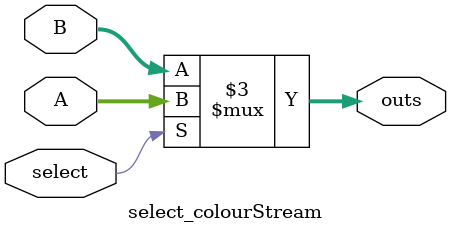
<source format=v>
/* VGA Adapter
 * ----------------
 *
 * This is an implementation of a VGA Adapter. The adapter uses VGA mode signalling to initiate
 * a 640x480 resolution mode on a computer monitor, with a refresh rate of approximately 60Hz.
 * It is designed for easy use in an early digital logic design course to facilitate student
 * projects on the Altera DE2 Educational board.
 *
 * This implementation of the VGA adapter can display images of varying colour depth at a resolution of
 * 320x240 or 160x120 superpixels. The concept of superpixels is introduced to reduce the amount of on-chip
 * memory used by the adapter. The following table shows the number of bits of on-chip memory used by
 * the adapter in various resolutions and colour depths.
 * 
 * -------------------------------------------------------------------------------------------------------------------------------
 * Resolution | Mono    | 8 colours | 64 colours | 512 colours | 4096 colours | 32768 colours | 262144 colours | 2097152 colours |
 * -------------------------------------------------------------------------------------------------------------------------------
 * 160x120    |   19200 |     57600 |     115200 |      172800 |       230400 |        288000 |         345600 |          403200 |
 * 320x240    |   78600 |    230400 | ############## Does not fit ############################################################## |
 * -------------------------------------------------------------------------------------------------------------------------------
 *
 * By default the adapter works at the resolution of 320x240 with 8 colours. To set the adapter in any of
 * the other modes, the adapter must be instantiated with specific parameters. These parameters are:
 * - RESOLUTION - a string that should be either "320x240" or "160x120".
 * - MONOCHROME - a string that should be "TRUE" if you only want black and white colours, and "FALSE"
 *                otherwise.
 * - BITS_PER_COLOUR_CHANNEL  - an integer specifying how many bits are available to describe each colour
 *                          (R,G,B). A default value of 1 indicates that 1 bit will be used for red
 *                          channel, 1 for green channel and 1 for blue channel. This allows 8 colours
 *                          to be used.
 * 
 * In addition to the above parameters, a BACKGROUND_IMAGE parameter can be specified. The parameter
 * refers to a memory initilization file (MIF) which contains the initial contents of video memory.
 * By specifying the initial contents of the memory we can force the adapter to initially display an
 * image of our choice. Please note that the image described by the BACKGROUND_IMAGE file will only
 * be valid right after your program the DE2 board. If your circuit draws a single pixel on the screen,
 * the video memory will be altered and screen contents will be changed. In order to restore the background
 * image your circuti will have to redraw the background image pixel by pixel, or you will have to
 * reprogram the DE2 board, thus allowing the video memory to be rewritten.
 *
 * To use the module connect the vga_adapter to your circuit. Your circuit should produce a value for
 * inputs X, Y and plot. When plot is high, at the next positive edge of the input clock the vga_adapter
 * will change the contents of the video memory for the pixel at location (X,Y). At the next redraw
 * cycle the VGA controller will update the contants of the screen by reading the video memory and copying
 * it over to the screen. Since the monitor screen has no memory, the VGA controller has to copy the
 * contents of the video memory to the screen once every 60th of a second to keep the image stable. Thus,
 * the video memory should not be used for other purposes as it may interfere with the operation of the
 * VGA Adapter.
 *
 * As a final note, ensure that the following conditions are met when using this module:
 * 1. You are implementing the the VGA Adapter on the Altera DE2 board. Using another board may change
 *    the amount of memory you can use, the clock generation mechanism, as well as pin assignments required
 *    to properly drive the VGA digital-to-analog converter.
 * 2. Outputs VGA_* should exist in your top level design. They should be assigned pin locations on the
 *    Altera DE2 board as specified by the DE2_pin_assignments.csv file.
 * 3. The input clock must have a frequency of 50 MHz with a 50% duty cycle. On the Altera DE2 board
 *    PIN_N2 is the source for the 50MHz clock.
 *
 * During compilation with Quartus II you may receive the following warnings:
 * - Warning: Variable or input pin "clocken1" is defined but never used
 * - Warning: Pin "VGA_SYNC" stuck at VCC
 * - Warning: Found xx output pins without output pin load capacitance assignment
 * These warnings can be ignored. The first warning is generated, because the software generated
 * memory module contains an input called "clocken1" and it does not drive logic. The second warning
 * indicates that the VGA_SYNC signal is always high. This is intentional. The final warning is
 * generated for the purposes of power analysis. It will persist unless the output pins are assigned
 * output capacitance. Leaving the capacitance values at 0 pf did not affect the operation of the module.
 *
 * If you see any other warnings relating to the vga_adapter, be sure to examine them carefully. They may
 * cause your circuit to malfunction.
 *
 * NOTES/REVISIONS:
 * July 10, 2007 - Modified the original version of the VGA Adapter written by Sam Vafaee in 2006. The module
 *		   now supports 2 different resolutions as well as uses half the memory compared to prior
 *		   implementation. Also, all settings for the module can be specified from the point
 *		   of instantiation, rather than by modifying the source code. (Tomasz S. Czajkowski)
 */

module vga_adapter(
			resetn,
			clock,
			colour,
			x, y, plot,
			/* Signals for the DAC to drive the monitor. */
			VGA_R,
			VGA_G,
			VGA_B,
			VGA_HS,
			VGA_VS,
			VGA_BLANK,
			VGA_SYNC,
			VGA_CLK,
			xCounter, 
			yCounter,
			select_stream
			);
			
 
	parameter BITS_PER_COLOUR_CHANNEL = 1;
	/* The number of bits per colour channel used to represent the colour of each pixel. A value
	 * of 1 means that Red, Green and Blue colour channels will use 1 bit each to represent the intensity
	 * of the respective colour channel. For BITS_PER_COLOUR_CHANNEL=1, the adapter can display 8 colours.
	 * In general, the adapter is able to use 2^(3*BITS_PER_COLOUR_CHANNEL ) colours. The number of colours is
	 * limited by the screen resolution and the amount of on-chip memory available on the target device.
	 */	
	
	parameter MONOCHROME = "FALSE";
	/* Set this parameter to "TRUE" if you only wish to use black and white colours. Doing so will reduce
	 * the amount of memory you will use by a factor of 3. */
	
	parameter RESOLUTION = "320x240";
	/* Set this parameter to "160x120" or "320x240". It will cause the VGA adapter to draw each dot on
	 * the screen by using a block of 4x4 pixels ("160x120" resolution) or 2x2 pixels ("320x240" resolution).
	 * It effectively reduces the screen resolution to an integer fraction of 640x480. It was necessary
	 * to reduce the resolution for the Video Memory to fit within the on-chip memory limits.
	 */
	
	parameter BACKGROUND_IMAGE = "background.mif";
	/* The initial screen displayed when the circuit is first programmed onto the DE2 board can be
	 * defined useing an MIF file. The file contains the initial colour for each pixel on the screen
	 * and is placed in the Video Memory (VideoMemory module) upon programming. Note that resetting the
	 * VGA Adapter will not cause the Video Memory to revert to the specified image. */


	/*****************************************************************************/
	/* Declare inputs and outputs.                                               */
	/*****************************************************************************/
	input resetn;
	input clock;
	input select_stream;
	
	/* The colour input can be either 1 bit or 3*BITS_PER_COLOUR_CHANNEL bits wide, depending on
	 * the setting of the MONOCHROME parameter.
	 */
	input [((MONOCHROME == "TRUE") ? (0) : (BITS_PER_COLOUR_CHANNEL*3-1)):0] colour;
	
	/* Specify the number of bits required to represent an (X,Y) coordinate on the screen for
	 * a given resolution.
	 */
	input [((RESOLUTION == "320x240") ? (8) : (7)):0] x; 
	input [((RESOLUTION == "320x240") ? (7) : (6)):0] y;
	
	/* When plot is high then at the next positive edge of the clock the pixel at (x,y) will change to
	 * a new colour, defined by the value of the colour input.
	 */
	input plot;
	
	/* These outputs drive the VGA display. The VGA_CLK is also used to clock the FSM responsible for
	 * controlling the data transferred to the DAC driving the monitor. */
	output [9:0] VGA_R;
	output [9:0] VGA_G;
	output [9:0] VGA_B;
	output VGA_HS;
	output VGA_VS;
	output VGA_BLANK;
	output VGA_SYNC;
	output VGA_CLK;
	output [9:0] xCounter;
	output [9:0] yCounter;

	/*****************************************************************************/
	/* Declare local signals here.                                               */
	/*****************************************************************************/
	
	wire valid_160x120;
	wire valid_320x240;
	/* Set to 1 if the specified coordinates are in a valid range for a given resolution.*/
	
	wire writeEn;
	/* This is a local signal that allows the Video Memory contents to be changed.
	 * It depends on the screen resolution, the values of X and Y inputs, as well as 
	 * the state of the plot signal.
	 */
	
	wire [((MONOCHROME == "TRUE") ? (0) : (BITS_PER_COLOUR_CHANNEL*3-1)):0] to_ctrl_colour;
	wire [((MONOCHROME == "TRUE") ? (0) : (BITS_PER_COLOUR_CHANNEL*3-1)):0] to_ctrl_colourA;
	wire [((MONOCHROME == "TRUE") ? (0) : (BITS_PER_COLOUR_CHANNEL*3-1)):0] to_ctrl_colourB;
	/* Pixel colour read by the VGA controller */
	//assign to_ctrl_colour = (select_stream == 1) ? to_ctrl_colourA : to_ctrl_colourB;
	select_colourStream SCS(select_stream, to_ctrl_colourA, to_ctrl_colourB, to_ctrl_colour);
	
	wire [((RESOLUTION == "320x240") ? (16) : (14)):0] user_to_video_memory_addr;
	/* This bus specifies the address in memory the user must write
	 * data to in order for the pixel intended to appear at location (X,Y) to be displayed
	 * at the correct location on the screen.
	 */
	
	wire [((RESOLUTION == "320x240") ? (16) : (14)):0] controller_to_video_memory_addr;
	/* This bus specifies the address in memory the vga controller must read data from
	 * in order to determine the colour of a pixel located at coordinate (X,Y) of the screen.
	 */
	
	wire clock_25;
	/* 25MHz clock generated by dividing the input clock frequency by 2. */
	
	wire vcc, gnd;
	
	/*****************************************************************************/
	/* Instances of modules for the VGA adapter.                                 */
	/*****************************************************************************/	
	assign vcc = 1'b1;
	assign gnd = 1'b0;
	
	vga_address_translator user_input_translator(
					.x(x), .y(y), .mem_address(user_to_video_memory_addr) );
		defparam user_input_translator.RESOLUTION = RESOLUTION;
	/* Convert user coordinates into a memory address. */

	assign valid_160x120 = (({1'b0, x} >= 0) & ({1'b0, x} < 160) & ({1'b0, y} >= 0) & ({1'b0, y} < 120)) & (RESOLUTION == "160x120");
	assign valid_320x240 = (({1'b0, x} >= 0) & ({1'b0, x} < 320) & ({1'b0, y} >= 0) & ({1'b0, y} < 240)) & (RESOLUTION == "320x240");
	assign writeEn = (plot) & (valid_160x120 | valid_320x240);
	/* Allow the user to plot a pixel if and only if the (X,Y) coordinates supplied are in a valid range. */


	parameter asdfColour = 3'b111;

	asdf	asdf_insta (
	.address ( controller_to_video_memory_addr ),
	.data ( asdfColour ),
	.inclock ( clock ),
	.outclock ( clock_25 ),
	.wren ( gnd ),	 // just reading here, not writing 
	.q ( to_ctrl_colourB )
	);
	
	/* Create video memory. */
	altsyncram	VideoMemory (
				.wren_a (writeEn),
				.wren_b (gnd),
				.clock0 (clock), // write clock
				.clock1 (clock_25), // read clock
				.clocken0 (vcc), // write enable clock
				.clocken1 (vcc), // read enable clock				
				.address_a (user_to_video_memory_addr),
				.address_b (controller_to_video_memory_addr),
				.data_a (colour), // data in
				.q_b (to_ctrl_colourA)	// data out
				);
	defparam
		VideoMemory.WIDTH_A = ((MONOCHROME == "FALSE") ? (BITS_PER_COLOUR_CHANNEL*3) : 1),
		VideoMemory.WIDTH_B = ((MONOCHROME == "FALSE") ? (BITS_PER_COLOUR_CHANNEL*3) : 1),
		VideoMemory.INTENDED_DEVICE_FAMILY = "Cyclone II",
		VideoMemory.OPERATION_MODE = "DUAL_PORT",
		VideoMemory.WIDTHAD_A = ((RESOLUTION == "320x240") ? (17) : (15)),
		VideoMemory.NUMWORDS_A = ((RESOLUTION == "320x240") ? (76800) : (19200)),
		VideoMemory.WIDTHAD_B = ((RESOLUTION == "320x240") ? (17) : (15)),
		VideoMemory.NUMWORDS_B = ((RESOLUTION == "320x240") ? (76800) : (19200)),
		VideoMemory.OUTDATA_REG_B = "CLOCK1",
		VideoMemory.ADDRESS_REG_B = "CLOCK1",
		VideoMemory.CLOCK_ENABLE_INPUT_A = "BYPASS",
		VideoMemory.CLOCK_ENABLE_INPUT_B = "BYPASS",
		VideoMemory.CLOCK_ENABLE_OUTPUT_B = "BYPASS",
		VideoMemory.POWER_UP_UNINITIALIZED = "FALSE",
		VideoMemory.INIT_FILE = BACKGROUND_IMAGE;
		
	vga_pll mypll(clock, clock_25);
	/* This module generates a clock with half the frequency of the input clock.
	 * For the VGA adapter to operate correctly the clock signal 'clock' must be
	 * a 50MHz clock. The derived clock, which will then operate at 25MHz, is
	 * required to set the monitor into the 640x480@60Hz display mode (also known as
	 * the VGA mode).
	 */
	
	vga_controller controller(
			.vga_clock(clock_25),
			.resetn(resetn),
			.pixel_colour(to_ctrl_colour),
			.memory_address(controller_to_video_memory_addr), 
			.VGA_R(VGA_R),
			.VGA_G(VGA_G),
			.VGA_B(VGA_B),
			.VGA_HS(VGA_HS),
			.VGA_VS(VGA_VS),
			.VGA_BLANK(VGA_BLANK),
			.VGA_SYNC(VGA_SYNC),
			.VGA_CLK(VGA_CLK),
				.xCounter(xCounter),
				.yCounter(yCounter)			
		);
		defparam controller.BITS_PER_COLOUR_CHANNEL  = BITS_PER_COLOUR_CHANNEL ;
		defparam controller.MONOCHROME = MONOCHROME;
		defparam controller.RESOLUTION = RESOLUTION;

endmodule


module select_colourStream(select, A, B, outs);
	input select;
	input [2:0] A, B;
	output reg [2:0] outs;
	always@(*) begin 
//		outs <= A;
		if (select) 
			outs <= A;
		else 
			outs <= B;
	end 
endmodule
	
</source>
